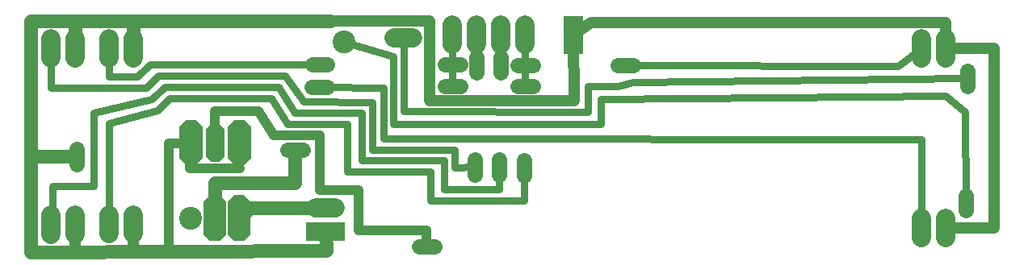
<source format=gbr>
%FSLAX34Y34*%
%MOMM*%
%LNCOPPER_BOTTOM*%
G71*
G01*
%ADD10C,2.400*%
%ADD11C,1.600*%
%ADD12C,2.000*%
%ADD13C,0.800*%
%ADD14C,1.200*%
%ADD15C,1.400*%
%ADD16C,1.000*%
%LPD*%
X340509Y233425D02*
G54D10*
D03*
G54D11*
X297212Y120319D02*
X281212Y120319D01*
G54D11*
X435325Y18719D02*
X419325Y18719D01*
G54D12*
X454312Y230969D02*
X454312Y250969D01*
G54D12*
X530512Y230969D02*
X530512Y250969D01*
G54D12*
X505112Y230969D02*
X505112Y250969D01*
G54D12*
X479712Y230969D02*
X479712Y250969D01*
G36*
X591312Y220969D02*
X591312Y260969D01*
X571312Y260969D01*
X571312Y220969D01*
X591312Y220969D01*
G37*
G54D13*
X994509Y195250D02*
X644128Y190897D01*
X627459Y186928D01*
X596900Y186928D01*
X596900Y159544D01*
X403393Y160722D01*
X403115Y237794D01*
G54D13*
X992509Y64250D02*
X991791Y160338D01*
X971550Y176609D01*
X609997Y173831D01*
X609997Y147638D01*
X392606Y147594D01*
X392509Y218678D01*
X340509Y233425D01*
G54D12*
X971440Y216681D02*
X971440Y236681D01*
G54D12*
X946040Y216681D02*
X946040Y236681D01*
G54D12*
X971837Y27769D02*
X971837Y47769D01*
G54D12*
X946437Y27769D02*
X946437Y47769D01*
G54D12*
X120143Y217078D02*
X120143Y237078D01*
G54D12*
X94743Y217078D02*
X94743Y237078D01*
G54D12*
X120143Y31738D02*
X120143Y51738D01*
G54D12*
X94743Y31738D02*
X94743Y51738D01*
G54D12*
X59024Y216681D02*
X59024Y236681D01*
G54D12*
X33624Y216681D02*
X33624Y236681D01*
G54D12*
X59024Y31341D02*
X59024Y51341D01*
G54D12*
X33624Y31341D02*
X33624Y51341D01*
G54D14*
X971440Y226681D02*
X971440Y254287D01*
X599900Y254000D01*
X581312Y240969D01*
G54D14*
X971440Y226681D02*
X1022284Y226681D01*
X1022350Y37703D01*
X971837Y37769D01*
G54D14*
X581312Y240969D02*
X581819Y171450D01*
X430609Y171450D01*
X430212Y255588D01*
X326231Y255588D01*
G54D12*
X413115Y237794D02*
X393115Y237794D01*
G54D11*
X538512Y209219D02*
X522512Y209219D01*
G54D11*
X538512Y186994D02*
X522512Y186994D01*
G54D13*
X530512Y240969D02*
X530512Y186994D01*
G54D11*
X462312Y209616D02*
X446312Y209616D01*
G54D11*
X462312Y187391D02*
X446312Y187391D01*
G54D13*
X454312Y241366D02*
X454312Y187391D01*
G54D11*
X505112Y217220D02*
X505112Y201220D01*
G54D13*
X505112Y240969D02*
X505112Y209220D01*
G54D11*
X479712Y217220D02*
X479712Y201220D01*
G54D13*
X479712Y240969D02*
X479712Y209220D01*
G54D11*
X643684Y209219D02*
X627684Y209219D01*
G54D13*
X635684Y209219D02*
X921831Y208029D01*
X946040Y226681D01*
G54D11*
X529322Y109269D02*
X529322Y93269D01*
G54D13*
X94743Y41738D02*
X94743Y147924D01*
X145256Y161528D01*
X157956Y174625D01*
X264319Y174625D01*
X281781Y147241D01*
X344488Y147638D01*
X344488Y97631D01*
X431800Y97631D01*
X431800Y66675D01*
X529828Y66675D01*
X529322Y101269D01*
G54D11*
X503524Y110063D02*
X503524Y94063D01*
G54D11*
X478124Y110063D02*
X478124Y94063D01*
G54D13*
X478124Y102063D02*
X456406Y101600D01*
X456406Y120253D01*
X370218Y120320D01*
X370284Y170259D01*
X298053Y170656D01*
X279400Y198438D01*
X146050Y198041D01*
X133350Y185341D01*
X33734Y185341D01*
X33624Y226681D01*
G54D13*
X503524Y101490D02*
X503524Y102063D01*
X503634Y78581D01*
X445691Y78581D01*
X445691Y109538D01*
X359172Y109538D01*
X359172Y159147D01*
X289322Y159147D01*
X272256Y186531D01*
X152797Y186531D01*
X139700Y173434D01*
X78184Y159147D01*
X78184Y81756D01*
X35322Y81756D01*
X34925Y42641D01*
X33624Y41341D01*
G54D11*
X323406Y209616D02*
X307406Y209616D01*
G54D11*
X323009Y186200D02*
X307009Y186200D01*
G54D13*
X315009Y186200D02*
X382478Y185450D01*
X382588Y132159D01*
X946547Y131366D01*
X946437Y37769D01*
G54D13*
X315406Y209616D02*
X138443Y209616D01*
X138112Y209947D01*
X137319Y209947D01*
X124222Y196850D01*
X94456Y197247D01*
X94743Y227078D01*
X179965Y48325D02*
G54D10*
D03*
G36*
X210345Y24325D02*
X217365Y31345D01*
X217365Y65305D01*
X210345Y72325D01*
X200385Y72325D01*
X193365Y65305D01*
X193365Y31345D01*
X200385Y24325D01*
X210345Y24325D01*
G37*
G36*
X235745Y24325D02*
X242765Y31345D01*
X242765Y65305D01*
X235745Y72325D01*
X225785Y72325D01*
X218765Y65305D01*
X218765Y31345D01*
X225785Y24325D01*
X235745Y24325D01*
G37*
G36*
X175382Y151699D02*
X168362Y144679D01*
X168362Y110719D01*
X175382Y103699D01*
X185342Y103699D01*
X192362Y110719D01*
X192362Y144679D01*
X185342Y151699D01*
X175382Y151699D01*
G37*
G36*
X201612Y147699D02*
X195762Y141849D01*
X195762Y113549D01*
X201612Y107699D01*
X209912Y107699D01*
X215762Y113549D01*
X215762Y141849D01*
X209912Y147699D01*
X201612Y147699D01*
G37*
G36*
X226182Y151699D02*
X219162Y144679D01*
X219162Y110719D01*
X226182Y103699D01*
X236142Y103699D01*
X243162Y110719D01*
X243162Y144679D01*
X236142Y151699D01*
X226182Y151699D01*
G37*
G36*
X301370Y24185D02*
X341370Y24185D01*
X341370Y44185D01*
X301370Y44185D01*
X301370Y24185D01*
G37*
G54D12*
X331370Y59585D02*
X311370Y59585D01*
G54D11*
X992509Y72250D02*
X992509Y56250D01*
G54D11*
X994509Y203250D02*
X994509Y187250D01*
G54D11*
X60509Y121250D02*
X60509Y105250D01*
G54D15*
X321370Y59585D02*
X242025Y59585D01*
X230765Y48325D01*
G54D15*
X205365Y48325D02*
X205365Y85112D01*
X289322Y85328D01*
X289322Y120209D01*
X289212Y120319D01*
G54D16*
X231162Y127699D02*
X231162Y100625D01*
X231378Y100409D01*
X179388Y100409D01*
X179388Y126724D01*
X180362Y127699D01*
G54D16*
X180362Y127699D02*
X157068Y127302D01*
X157162Y13891D01*
G54D16*
X205762Y127699D02*
X205184Y160734D01*
X251222Y160734D01*
X267494Y135731D01*
X315516Y135731D01*
X315516Y77391D01*
X355997Y77391D01*
X355997Y35719D01*
X427038Y35719D01*
X427434Y35322D01*
X427434Y18829D01*
X427325Y18719D01*
G54D14*
X120143Y41738D02*
X120143Y15588D01*
X120253Y15478D01*
G54D14*
X59024Y41341D02*
X59024Y16162D01*
X58738Y15875D01*
G54D15*
X59024Y226681D02*
X59024Y252303D01*
X59134Y252412D01*
G54D15*
X120143Y227078D02*
X120143Y253493D01*
X120253Y253603D01*
G54D15*
X60509Y113250D02*
X16809Y113250D01*
X16669Y113109D01*
G54D15*
X321370Y34185D02*
X321866Y13891D01*
X12700Y12700D01*
X12700Y255588D01*
X326231Y255588D01*
M02*

</source>
